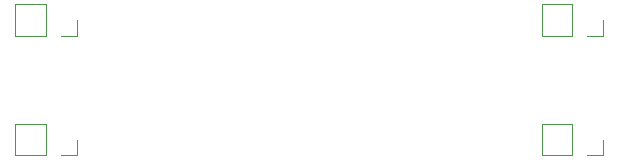
<source format=gbo>
G04 #@! TF.GenerationSoftware,KiCad,Pcbnew,(5.1.4)-1*
G04 #@! TF.CreationDate,2020-03-26T20:17:56-03:00*
G04 #@! TF.ProjectId,Protoboard-power,50726f74-6f62-46f6-9172-642d706f7765,rev?*
G04 #@! TF.SameCoordinates,Original*
G04 #@! TF.FileFunction,Legend,Bot*
G04 #@! TF.FilePolarity,Positive*
%FSLAX46Y46*%
G04 Gerber Fmt 4.6, Leading zero omitted, Abs format (unit mm)*
G04 Created by KiCad (PCBNEW (5.1.4)-1) date 2020-03-26 20:17:56*
%MOMM*%
%LPD*%
G04 APERTURE LIST*
%ADD10C,0.120000*%
G04 APERTURE END LIST*
D10*
X101630000Y-80480000D02*
X101630000Y-77820000D01*
X104230000Y-80480000D02*
X101630000Y-80480000D01*
X104230000Y-77820000D02*
X101630000Y-77820000D01*
X104230000Y-80480000D02*
X104230000Y-77820000D01*
X105500000Y-80480000D02*
X106830000Y-80480000D01*
X106830000Y-80480000D02*
X106830000Y-79150000D01*
X106830000Y-90630000D02*
X106830000Y-89300000D01*
X105500000Y-90630000D02*
X106830000Y-90630000D01*
X104230000Y-90630000D02*
X104230000Y-87970000D01*
X104230000Y-87970000D02*
X101630000Y-87970000D01*
X104230000Y-90630000D02*
X101630000Y-90630000D01*
X101630000Y-90630000D02*
X101630000Y-87970000D01*
X146180000Y-80480000D02*
X146180000Y-77820000D01*
X148780000Y-80480000D02*
X146180000Y-80480000D01*
X148780000Y-77820000D02*
X146180000Y-77820000D01*
X148780000Y-80480000D02*
X148780000Y-77820000D01*
X150050000Y-80480000D02*
X151380000Y-80480000D01*
X151380000Y-80480000D02*
X151380000Y-79150000D01*
X151380000Y-90630000D02*
X151380000Y-89300000D01*
X150050000Y-90630000D02*
X151380000Y-90630000D01*
X148780000Y-90630000D02*
X148780000Y-87970000D01*
X148780000Y-87970000D02*
X146180000Y-87970000D01*
X148780000Y-90630000D02*
X146180000Y-90630000D01*
X146180000Y-90630000D02*
X146180000Y-87970000D01*
M02*

</source>
